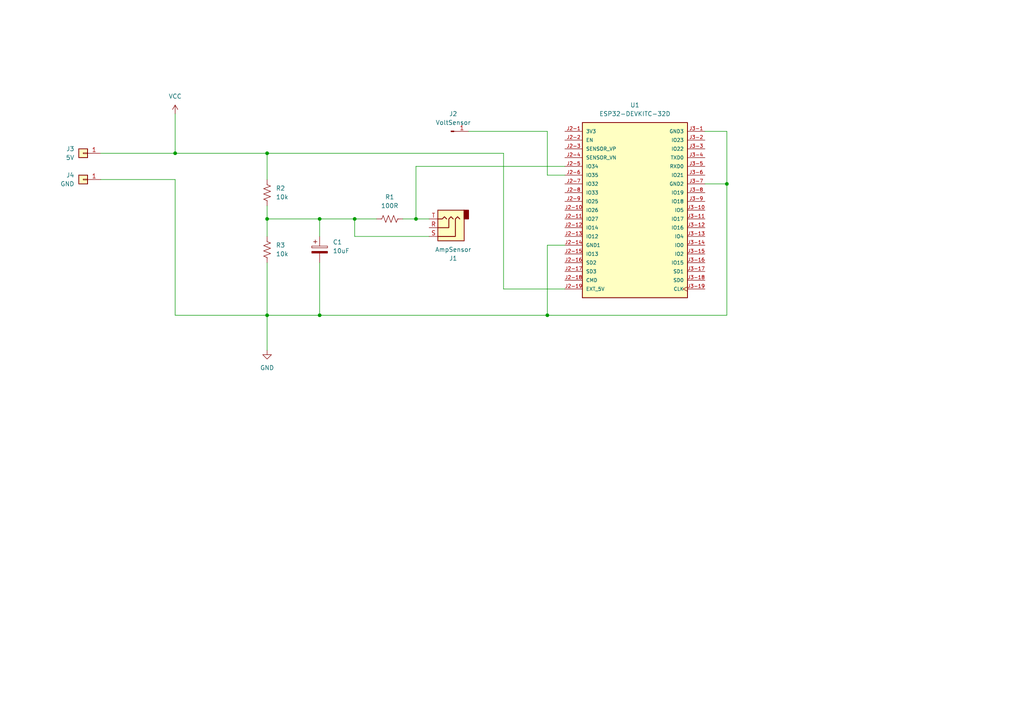
<source format=kicad_sch>
(kicad_sch (version 20230121) (generator eeschema)
  (paper "A4")
  (lib_symbols
    (symbol "Connector:Conn_01x01_Pin" (pin_names (offset 1.016) hide)
      (property "Reference" "J" (at 0 2.54 0))
      (property "Value" "Conn_01x01_Pin" (at 0 -2.54 0))
      (symbol "Conn_01x01_Pin_1_1"
        (polyline (pts (xy 1.27 0) (xy 0.8636 0)) (stroke (width 0.1524)))
        (rectangle (start 0.8636 0.127) (end 0 -0.127) (stroke (width 0.1524)) (fill (type outline)))
        (pin passive line (at 5.08 0 180) (length 3.81) (name "Pin_1") (number "1"))
      )
    )
    (symbol "Connector_Audio:AudioJack3"
      (property "Reference" "J" (at 0 8.89 0))
      (property "Value" "AudioJack3" (at 0 6.35 0))
      (symbol "AudioJack3_0_1"
        (rectangle (start -5.08 -5.08) (end -6.35 -2.54) (stroke (width 0.254)) (fill (type outline)))
        (polyline (pts (xy 0 -2.54) (xy 0.635 -3.175) (xy 1.27 -2.54) (xy 2.54 -2.54)) (stroke (width 0.254)))
        (polyline (pts (xy -1.905 -2.54) (xy -1.27 -3.175) (xy -0.635 -2.54) (xy -0.635 0) (xy 2.54 0)) (stroke (width 0.254)))
        (polyline (pts (xy 2.54 2.54) (xy -2.54 2.54) (xy -2.54 -2.54) (xy -3.175 -3.175) (xy -3.81 -2.54)) (stroke (width 0.254)))
        (rectangle (start 2.54 3.81) (end -5.08 -5.08) (stroke (width 0.254)) (fill (type background)))
      )
      (symbol "AudioJack3_1_1"
        (pin passive line (at 5.08 0 180) (length 2.54) (name "~") (number "R"))
        (pin passive line (at 5.08 2.54 180) (length 2.54) (name "~") (number "S"))
        (pin passive line (at 5.08 -2.54 180) (length 2.54) (name "~") (number "T"))
      )
    )
    (symbol "Connector_Generic:Conn_01x01" (pin_names (offset 1.016) hide)
      (property "Reference" "J" (at 0 2.54 0))
      (property "Value" "Conn_01x01" (at 0 -2.54 0))
      (symbol "Conn_01x01_1_1"
        (rectangle (start -1.27 0.127) (end 0 -0.127) (stroke (width 0.1524)))
        (rectangle (start -1.27 1.27) (end 1.27 -1.27) (stroke (width 0.254)) (fill (type background)))
        (pin passive line (at -5.08 0 0) (length 3.81) (name "Pin_1") (number "1"))
      )
    )
    (symbol "Device:C_Polarized" (pin_numbers hide) (pin_names (offset 0.254))
      (property "Reference" "C" (at 0.635 2.54 0))
      (property "Value" "C_Polarized" (at 0.635 -2.54 0))
      (symbol "C_Polarized_0_1"
        (rectangle (start -2.286 0.508) (end 2.286 1.016))
        (polyline (pts (xy -1.778 2.286) (xy -0.762 2.286)))
        (polyline (pts (xy -1.27 2.794) (xy -1.27 1.778)))
        (rectangle (start 2.286 -0.508) (end -2.286 -1.016) (fill (type outline)))
      )
      (symbol "C_Polarized_1_1"
        (pin passive line (at 0 3.81 270) (length 2.794) (name "~") (number "1"))
        (pin passive line (at 0 -3.81 90) (length 2.794) (name "~") (number "2"))
      )
    )
    (symbol "Device:R_US" (pin_numbers hide) (pin_names (offset 0))
      (property "Reference" "R" (at 2.54 0 90))
      (property "Value" "R_US" (at -2.54 0 90))
      (symbol "R_US_0_1"
        (polyline (pts (xy 0 -2.286) (xy 0 -2.54)))
        (polyline (pts (xy 0 2.286) (xy 0 2.54)))
        (polyline (pts (xy 0 -0.762) (xy 1.016 -1.143) (xy 0 -1.524) (xy -1.016 -1.905) (xy 0 -2.286)))
        (polyline (pts (xy 0 0.762) (xy 1.016 0.381) (xy 0 0) (xy -1.016 -0.381) (xy 0 -0.762)))
        (polyline (pts (xy 0 2.286) (xy 1.016 1.905) (xy 0 1.524) (xy -1.016 1.143) (xy 0 0.762)))
      )
      (symbol "R_US_1_1"
        (pin passive line (at 0 3.81 270) (length 1.27) (name "~") (number "1"))
        (pin passive line (at 0 -3.81 90) (length 1.27) (name "~") (number "2"))
      )
    )
    (symbol "ESP32-DEVKITC-32D:ESP32-DEVKITC-32D" (pin_names (offset 1.016))
      (property "Reference" "U" (at -15.2572 26.0643 0))
      (property "Value" "ESP32-DEVKITC-32D" (at -15.2563 -27.9698 0))
      (symbol "ESP32-DEVKITC-32D_0_0"
        (rectangle (start -15.24 -25.4) (end 15.24 25.4) (stroke (width 0.254)) (fill (type background)))
        (pin power_in line (at -20.32 22.86 0) (length 5.08) (name "3V3") (number "J2-1"))
        (pin bidirectional line (at -20.32 0 0) (length 5.08) (name "IO26") (number "J2-10"))
        (pin bidirectional line (at -20.32 -2.54 0) (length 5.08) (name "IO27") (number "J2-11"))
        (pin bidirectional line (at -20.32 -5.08 0) (length 5.08) (name "IO14") (number "J2-12"))
        (pin bidirectional line (at -20.32 -7.62 0) (length 5.08) (name "IO12") (number "J2-13"))
        (pin power_in line (at -20.32 -10.16 0) (length 5.08) (name "GND1") (number "J2-14"))
        (pin bidirectional line (at -20.32 -12.7 0) (length 5.08) (name "IO13") (number "J2-15"))
        (pin bidirectional line (at -20.32 -15.24 0) (length 5.08) (name "SD2") (number "J2-16"))
        (pin bidirectional line (at -20.32 -17.78 0) (length 5.08) (name "SD3") (number "J2-17"))
        (pin bidirectional line (at -20.32 -20.32 0) (length 5.08) (name "CMD") (number "J2-18"))
        (pin power_in line (at -20.32 -22.86 0) (length 5.08) (name "EXT_5V") (number "J2-19"))
        (pin input line (at -20.32 20.32 0) (length 5.08) (name "EN") (number "J2-2"))
        (pin input line (at -20.32 17.78 0) (length 5.08) (name "SENSOR_VP") (number "J2-3"))
        (pin input line (at -20.32 15.24 0) (length 5.08) (name "SENSOR_VN") (number "J2-4"))
        (pin bidirectional line (at -20.32 12.7 0) (length 5.08) (name "IO34") (number "J2-5"))
        (pin bidirectional line (at -20.32 10.16 0) (length 5.08) (name "IO35") (number "J2-6"))
        (pin bidirectional line (at -20.32 7.62 0) (length 5.08) (name "IO32") (number "J2-7"))
        (pin bidirectional line (at -20.32 5.08 0) (length 5.08) (name "IO33") (number "J2-8"))
        (pin bidirectional line (at -20.32 2.54 0) (length 5.08) (name "IO25") (number "J2-9"))
        (pin power_in line (at 20.32 22.86 180) (length 5.08) (name "GND3") (number "J3-1"))
        (pin bidirectional line (at 20.32 0 180) (length 5.08) (name "IO5") (number "J3-10"))
        (pin bidirectional line (at 20.32 -2.54 180) (length 5.08) (name "IO17") (number "J3-11"))
        (pin bidirectional line (at 20.32 -5.08 180) (length 5.08) (name "IO16") (number "J3-12"))
        (pin bidirectional line (at 20.32 -7.62 180) (length 5.08) (name "IO4") (number "J3-13"))
        (pin bidirectional line (at 20.32 -10.16 180) (length 5.08) (name "IO0") (number "J3-14"))
        (pin bidirectional line (at 20.32 -12.7 180) (length 5.08) (name "IO2") (number "J3-15"))
        (pin bidirectional line (at 20.32 -15.24 180) (length 5.08) (name "IO15") (number "J3-16"))
        (pin bidirectional line (at 20.32 -17.78 180) (length 5.08) (name "SD1") (number "J3-17"))
        (pin bidirectional line (at 20.32 -20.32 180) (length 5.08) (name "SD0") (number "J3-18"))
        (pin input clock (at 20.32 -22.86 180) (length 5.08) (name "CLK") (number "J3-19"))
        (pin bidirectional line (at 20.32 20.32 180) (length 5.08) (name "IO23") (number "J3-2"))
        (pin bidirectional line (at 20.32 17.78 180) (length 5.08) (name "IO22") (number "J3-3"))
        (pin output line (at 20.32 15.24 180) (length 5.08) (name "TXD0") (number "J3-4"))
        (pin input line (at 20.32 12.7 180) (length 5.08) (name "RXD0") (number "J3-5"))
        (pin bidirectional line (at 20.32 10.16 180) (length 5.08) (name "IO21") (number "J3-6"))
        (pin power_in line (at 20.32 7.62 180) (length 5.08) (name "GND2") (number "J3-7"))
        (pin bidirectional line (at 20.32 5.08 180) (length 5.08) (name "IO19") (number "J3-8"))
        (pin bidirectional line (at 20.32 2.54 180) (length 5.08) (name "IO18") (number "J3-9"))
      )
    )
    (symbol "power:GND" (power) (pin_names (offset 0))
      (property "Value" "GND" (at 0 -3.81 0))
      (symbol "GND_0_1"
        (polyline (pts (xy 0 0) (xy 0 -1.27) (xy 1.27 -1.27) (xy 0 -2.54) (xy -1.27 -1.27) (xy 0 -1.27)))
      )
      (symbol "GND_1_1"
        (pin power_in line (at 0 0 270) (length 0) hide (name "GND") (number "1"))
      )
    )
    (symbol "power:VCC" (power) (pin_names (offset 0))
      (property "Value" "VCC" (at 0 3.81 0))
      (symbol "VCC_0_1"
        (polyline (pts (xy -0.762 1.27) (xy 0 2.54)))
        (polyline (pts (xy 0 0) (xy 0 2.54)))
        (polyline (pts (xy 0 2.54) (xy 0.762 1.27)))
      )
      (symbol "VCC_1_1"
        (pin power_in line (at 0 0 90) (length 0) hide (name "VCC") (number "1"))
      )
    )
  )
  (junction (at 77.47 44.45))
  (junction (at 120.65 63.5))
  (junction (at 210.82 53.34))
  (junction (at 92.71 91.44))
  (junction (at 77.47 91.44))
  (junction (at 158.75 91.44))
  (junction (at 77.47 63.5))
  (junction (at 102.87 63.5))
  (junction (at 92.71 63.5))
  (junction (at 50.8 44.45))
  (wire (pts (xy 210.82 53.34) (xy 210.82 91.44)))
  (wire (pts (xy 102.87 63.5) (xy 102.87 68.58)))
  (wire (pts (xy 77.47 63.5) (xy 77.47 68.58)))
  (wire (pts (xy 92.71 68.58) (xy 92.71 63.5)))
  (wire (pts (xy 158.75 71.12) (xy 158.75 91.44)))
  (wire (pts (xy 29.21 52.07) (xy 50.8 52.07)))
  (wire (pts (xy 204.47 38.1) (xy 210.82 38.1)))
  (wire (pts (xy 158.75 38.1) (xy 158.75 50.8)))
  (wire (pts (xy 77.47 91.44) (xy 77.47 101.6)))
  (wire (pts (xy 77.47 63.5) (xy 92.71 63.5)))
  (wire (pts (xy 204.47 53.34) (xy 210.82 53.34)))
  (wire (pts (xy 50.8 44.45) (xy 77.47 44.45)))
  (wire (pts (xy 50.8 52.07) (xy 50.8 91.44)))
  (wire (pts (xy 77.47 52.07) (xy 77.47 44.45)))
  (wire (pts (xy 135.89 38.1) (xy 158.75 38.1)))
  (wire (pts (xy 146.05 83.82) (xy 146.05 44.45)))
  (wire (pts (xy 102.87 68.58) (xy 124.46 68.58)))
  (wire (pts (xy 158.75 50.8) (xy 163.83 50.8)))
  (wire (pts (xy 92.71 76.2) (xy 92.71 91.44)))
  (wire (pts (xy 50.8 33.02) (xy 50.8 44.45)))
  (wire (pts (xy 102.87 63.5) (xy 109.22 63.5)))
  (wire (pts (xy 77.47 44.45) (xy 146.05 44.45)))
  (wire (pts (xy 116.84 63.5) (xy 120.65 63.5)))
  (wire (pts (xy 163.83 48.26) (xy 120.65 48.26)))
  (wire (pts (xy 210.82 38.1) (xy 210.82 53.34)))
  (wire (pts (xy 163.83 71.12) (xy 158.75 71.12)))
  (wire (pts (xy 120.65 48.26) (xy 120.65 63.5)))
  (wire (pts (xy 29.21 44.45) (xy 50.8 44.45)))
  (wire (pts (xy 120.65 63.5) (xy 124.46 63.5)))
  (wire (pts (xy 163.83 83.82) (xy 146.05 83.82)))
  (wire (pts (xy 50.8 91.44) (xy 77.47 91.44)))
  (wire (pts (xy 92.71 91.44) (xy 158.75 91.44)))
  (wire (pts (xy 77.47 91.44) (xy 92.71 91.44)))
  (wire (pts (xy 77.47 76.2) (xy 77.47 91.44)))
  (wire (pts (xy 210.82 91.44) (xy 158.75 91.44)))
  (wire (pts (xy 92.71 63.5) (xy 102.87 63.5)))
  (wire (pts (xy 77.47 59.69) (xy 77.47 63.5)))
  (symbol (lib_id "power:GND") (at 77.47 101.6 0) (unit 1)
    (property "Reference" "#PWR02" (effects hide))
    (property "Value" "GND" (at 77.47 106.68 0))
  )
  (symbol (lib_id "Connector_Generic:Conn_01x01") (at 24.13 52.07 0) (mirror y) (unit 1)
    (property "Reference" "J4" (at 21.59 50.8 0) (effects (justify left)))
    (property "Value" "GND" (at 21.59 53.34 0) (effects (justify left)))
  )
  (symbol (lib_id "Connector_Audio:AudioJack3") (at 129.54 66.04 180) (unit 1)
    (property "Reference" "J1" (at 131.445 74.93 0))
    (property "Value" "AmpSensor" (at 131.445 72.39 0))
  )
  (symbol (lib_id "Device:R_US") (at 77.47 72.39 0) (unit 1)
    (property "Reference" "R3" (at 80.01 71.12 0) (effects (justify left)))
    (property "Value" "10k" (at 80.01 73.66 0) (effects (justify left)))
  )
  (symbol (lib_id "Connector:Conn_01x01_Pin") (at 130.81 38.1 0) (unit 1)
    (property "Reference" "J2" (at 131.445 33.02 0))
    (property "Value" "VoltSensor" (at 131.445 35.56 0))
  )
  (symbol (lib_id "Device:C_Polarized") (at 92.71 72.39 0) (unit 1)
    (property "Reference" "C1" (at 96.52 70.231 0) (effects (justify left)))
    (property "Value" "10uF" (at 96.52 72.771 0) (effects (justify left)))
  )
  (symbol (lib_id "Device:R_US") (at 77.47 55.88 0) (unit 1)
    (property "Reference" "R2" (at 80.01 54.61 0) (effects (justify left)))
    (property "Value" "10k" (at 80.01 57.15 0) (effects (justify left)))
  )
  (symbol (lib_id "Device:R_US") (at 113.03 63.5 270) (unit 1)
    (property "Reference" "R1" (at 113.03 57.15 90))
    (property "Value" "100R" (at 113.03 59.69 90))
  )
  (symbol (lib_id "Connector_Generic:Conn_01x01") (at 24.13 44.45 0) (mirror y) (unit 1)
    (property "Reference" "J3" (at 21.59 43.18 0) (effects (justify left)))
    (property "Value" "5V" (at 21.59 45.72 0) (effects (justify left)))
  )
  (symbol (lib_id "ESP32-DEVKITC-32D:ESP32-DEVKITC-32D") (at 184.15 60.96 0) (unit 1)
    (property "Reference" "U1" (at 184.15 30.48 0))
    (property "Value" "ESP32-DEVKITC-32D" (at 184.15 33.02 0))
    (property "Footprint" "ESP32-DEVKITC-32D:MODULE_ESP32-DEVKITC-32D" (effects hide))
    (property "MF" "Espressif Systems" (effects hide))
    (property "MAXIMUM_PACKAGE_HEIGHT" "N/A" (effects hide))
    (property "Package" "None" (effects hide))
    (property "Price" "None" (effects hide))
    (property "Check_prices" "https://www.snapeda.com/parts/ESP32-DEVKITC-32D/Espressif+Systems/view-part/?ref=eda" (effects hide))
    (property "STANDARD" "Manufacturer Recommendations" (effects hide))
    (property "PARTREV" "V4" (effects hide))
    (property "SnapEDA_Link" "https://www.snapeda.com/parts/ESP32-DEVKITC-32D/Espressif+Systems/view-part/?ref=snap" (effects hide))
    (property "MP" "ESP32-DEVKITC-32D" (effects hide))
    (property "Description" "\nWiFi Development Tools (802.11) ESP32 General Development Kit, ESP32-WROOM-32D on the board\n" (effects hide))
    (property "MANUFACTURER" "Espressif Systems" (effects hide))
    (property "Availability" "In Stock" (effects hide))
    (property "SNAPEDA_PN" "ESP32-DEVKITC-32D" (effects hide))
  )
  (symbol (lib_id "power:VCC") (at 50.8 33.02 0) (unit 1)
    (property "Reference" "#PWR01" (effects hide))
    (property "Value" "VCC" (at 50.8 27.94 0))
  )
)
</source>
